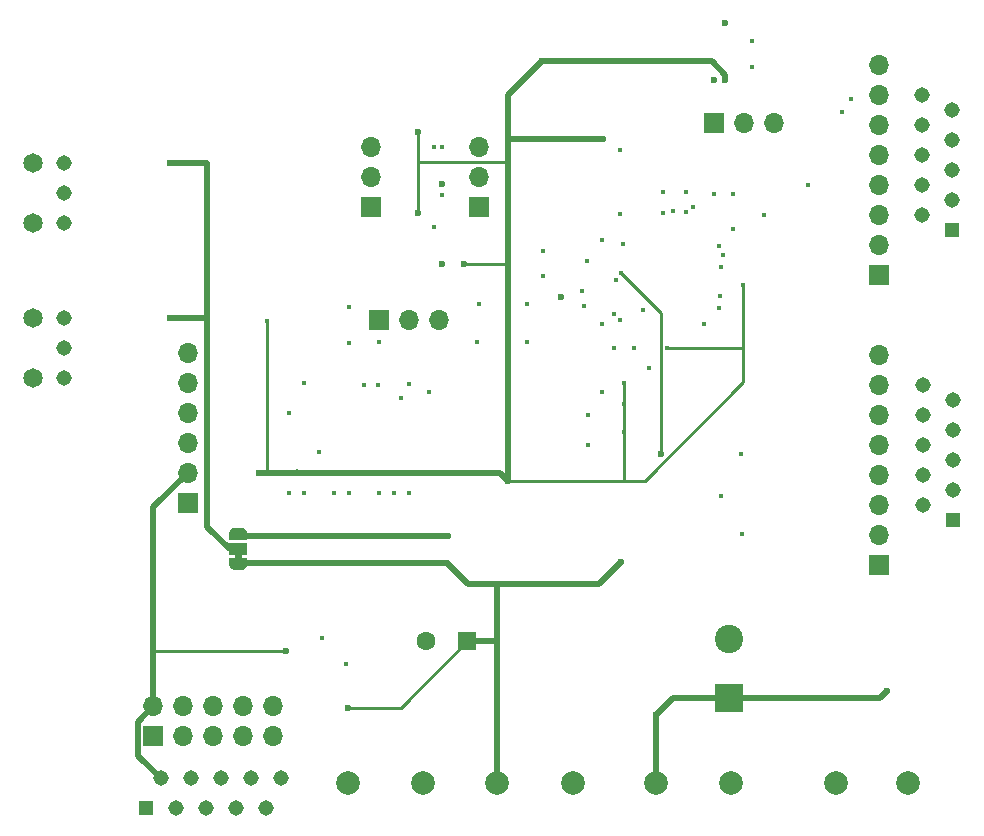
<source format=gbr>
G04 #@! TF.GenerationSoftware,KiCad,Pcbnew,(5.1.9-0-10_14)*
G04 #@! TF.CreationDate,2021-04-25T13:46:17+02:00*
G04 #@! TF.ProjectId,dac,6461632e-6b69-4636-9164-5f7063625858,rev?*
G04 #@! TF.SameCoordinates,Original*
G04 #@! TF.FileFunction,Copper,L4,Bot*
G04 #@! TF.FilePolarity,Positive*
%FSLAX46Y46*%
G04 Gerber Fmt 4.6, Leading zero omitted, Abs format (unit mm)*
G04 Created by KiCad (PCBNEW (5.1.9-0-10_14)) date 2021-04-25 13:46:17*
%MOMM*%
%LPD*%
G01*
G04 APERTURE LIST*
G04 #@! TA.AperFunction,EtchedComponent*
%ADD10C,0.100000*%
G04 #@! TD*
G04 #@! TA.AperFunction,ComponentPad*
%ADD11C,1.308000*%
G04 #@! TD*
G04 #@! TA.AperFunction,ComponentPad*
%ADD12C,1.650000*%
G04 #@! TD*
G04 #@! TA.AperFunction,SMDPad,CuDef*
%ADD13C,0.100000*%
G04 #@! TD*
G04 #@! TA.AperFunction,SMDPad,CuDef*
%ADD14R,1.500000X1.000000*%
G04 #@! TD*
G04 #@! TA.AperFunction,ComponentPad*
%ADD15O,1.700000X1.700000*%
G04 #@! TD*
G04 #@! TA.AperFunction,ComponentPad*
%ADD16R,1.700000X1.700000*%
G04 #@! TD*
G04 #@! TA.AperFunction,ComponentPad*
%ADD17C,2.000000*%
G04 #@! TD*
G04 #@! TA.AperFunction,ComponentPad*
%ADD18R,1.308000X1.308000*%
G04 #@! TD*
G04 #@! TA.AperFunction,ComponentPad*
%ADD19C,1.600000*%
G04 #@! TD*
G04 #@! TA.AperFunction,ComponentPad*
%ADD20R,1.600000X1.600000*%
G04 #@! TD*
G04 #@! TA.AperFunction,ComponentPad*
%ADD21C,2.400000*%
G04 #@! TD*
G04 #@! TA.AperFunction,ComponentPad*
%ADD22R,2.400000X2.400000*%
G04 #@! TD*
G04 #@! TA.AperFunction,ViaPad*
%ADD23C,0.450000*%
G04 #@! TD*
G04 #@! TA.AperFunction,ViaPad*
%ADD24C,0.600000*%
G04 #@! TD*
G04 #@! TA.AperFunction,Conductor*
%ADD25C,0.500000*%
G04 #@! TD*
G04 #@! TA.AperFunction,Conductor*
%ADD26C,0.250000*%
G04 #@! TD*
G04 APERTURE END LIST*
D10*
G36*
X130043200Y-103638400D02*
G01*
X130043200Y-103138400D01*
X129443200Y-103138400D01*
X129443200Y-103638400D01*
X130043200Y-103638400D01*
G37*
D11*
X115025000Y-83185000D03*
X115025000Y-85725000D03*
X115025000Y-88265000D03*
D12*
X112395000Y-88265000D03*
X112395000Y-83185000D03*
D11*
X115025000Y-70104000D03*
X115025000Y-72644000D03*
X115025000Y-75184000D03*
D12*
X112395000Y-75184000D03*
X112395000Y-70104000D03*
G04 #@! TA.AperFunction,SMDPad,CuDef*
D13*
G36*
X130493200Y-103488400D02*
G01*
X130493200Y-104038400D01*
X130492598Y-104038400D01*
X130492598Y-104062934D01*
X130487788Y-104111765D01*
X130478216Y-104159890D01*
X130463972Y-104206845D01*
X130445195Y-104252178D01*
X130422064Y-104295451D01*
X130394804Y-104336250D01*
X130363676Y-104374179D01*
X130328979Y-104408876D01*
X130291050Y-104440004D01*
X130250251Y-104467264D01*
X130206978Y-104490395D01*
X130161645Y-104509172D01*
X130114690Y-104523416D01*
X130066565Y-104532988D01*
X130017734Y-104537798D01*
X129993200Y-104537798D01*
X129993200Y-104538400D01*
X129493200Y-104538400D01*
X129493200Y-104537798D01*
X129468666Y-104537798D01*
X129419835Y-104532988D01*
X129371710Y-104523416D01*
X129324755Y-104509172D01*
X129279422Y-104490395D01*
X129236149Y-104467264D01*
X129195350Y-104440004D01*
X129157421Y-104408876D01*
X129122724Y-104374179D01*
X129091596Y-104336250D01*
X129064336Y-104295451D01*
X129041205Y-104252178D01*
X129022428Y-104206845D01*
X129008184Y-104159890D01*
X128998612Y-104111765D01*
X128993802Y-104062934D01*
X128993802Y-104038400D01*
X128993200Y-104038400D01*
X128993200Y-103488400D01*
X130493200Y-103488400D01*
G37*
G04 #@! TD.AperFunction*
D14*
X129743200Y-102738400D03*
G04 #@! TA.AperFunction,SMDPad,CuDef*
D13*
G36*
X128993802Y-101438400D02*
G01*
X128993802Y-101413866D01*
X128998612Y-101365035D01*
X129008184Y-101316910D01*
X129022428Y-101269955D01*
X129041205Y-101224622D01*
X129064336Y-101181349D01*
X129091596Y-101140550D01*
X129122724Y-101102621D01*
X129157421Y-101067924D01*
X129195350Y-101036796D01*
X129236149Y-101009536D01*
X129279422Y-100986405D01*
X129324755Y-100967628D01*
X129371710Y-100953384D01*
X129419835Y-100943812D01*
X129468666Y-100939002D01*
X129493200Y-100939002D01*
X129493200Y-100938400D01*
X129993200Y-100938400D01*
X129993200Y-100939002D01*
X130017734Y-100939002D01*
X130066565Y-100943812D01*
X130114690Y-100953384D01*
X130161645Y-100967628D01*
X130206978Y-100986405D01*
X130250251Y-101009536D01*
X130291050Y-101036796D01*
X130328979Y-101067924D01*
X130363676Y-101102621D01*
X130394804Y-101140550D01*
X130422064Y-101181349D01*
X130445195Y-101224622D01*
X130463972Y-101269955D01*
X130478216Y-101316910D01*
X130487788Y-101365035D01*
X130492598Y-101413866D01*
X130492598Y-101438400D01*
X130493200Y-101438400D01*
X130493200Y-101988400D01*
X128993200Y-101988400D01*
X128993200Y-101438400D01*
X128993802Y-101438400D01*
G37*
G04 #@! TD.AperFunction*
D15*
X132740400Y-116078000D03*
X132740400Y-118618000D03*
X130200400Y-116078000D03*
X130200400Y-118618000D03*
X127660400Y-116078000D03*
X127660400Y-118618000D03*
X125120400Y-116078000D03*
X125120400Y-118618000D03*
X122580400Y-116078000D03*
D16*
X122580400Y-118618000D03*
D15*
X150177500Y-68732400D03*
X150177500Y-71272400D03*
D16*
X150177500Y-73812400D03*
D17*
X171450000Y-122555000D03*
X165100000Y-122555000D03*
D18*
X190246000Y-100266500D03*
D11*
X187706000Y-98996500D03*
X190246000Y-97726500D03*
X187706000Y-96456500D03*
X190246000Y-95186500D03*
X187706000Y-93916500D03*
X190246000Y-92646500D03*
X187706000Y-91376500D03*
X190246000Y-90106500D03*
X187706000Y-88836500D03*
D15*
X184023000Y-86296500D03*
X184023000Y-88836500D03*
X184023000Y-91376500D03*
X184023000Y-93916500D03*
X184023000Y-96456500D03*
X184023000Y-98996500D03*
X184023000Y-101536500D03*
D16*
X184023000Y-104076500D03*
D15*
X175107600Y-66649600D03*
X172567600Y-66649600D03*
D16*
X170027600Y-66649600D03*
D15*
X141033500Y-68707000D03*
X141033500Y-71247000D03*
D16*
X141033500Y-73787000D03*
D15*
X184023000Y-61785500D03*
X184023000Y-64325500D03*
X184023000Y-66865500D03*
X184023000Y-69405500D03*
X184023000Y-71945500D03*
X184023000Y-74485500D03*
X184023000Y-77025500D03*
D16*
X184023000Y-79565500D03*
D15*
X146748500Y-83375500D03*
X144208500Y-83375500D03*
D16*
X141668500Y-83375500D03*
D18*
X121920000Y-124714000D03*
D11*
X123190000Y-122174000D03*
X124460000Y-124714000D03*
X125730000Y-122174000D03*
X127000000Y-124714000D03*
X128270000Y-122174000D03*
X129540000Y-124714000D03*
X130810000Y-122174000D03*
X132080000Y-124714000D03*
X133350000Y-122174000D03*
D18*
X190224000Y-75755500D03*
D11*
X187684000Y-74485500D03*
X190224000Y-73215500D03*
X187684000Y-71945500D03*
X190224000Y-70675500D03*
X187684000Y-69405500D03*
X190224000Y-68135500D03*
X187684000Y-66865500D03*
X190224000Y-65595500D03*
X187684000Y-64325500D03*
D19*
X145661500Y-110553500D03*
D20*
X149161500Y-110553500D03*
D15*
X125476000Y-86156800D03*
X125476000Y-88696800D03*
X125476000Y-91236800D03*
X125476000Y-93776800D03*
X125476000Y-96316800D03*
D16*
X125476000Y-98856800D03*
D17*
X180340000Y-122555000D03*
X186436000Y-122555000D03*
X145415000Y-122555000D03*
X151638000Y-122529600D03*
X158115000Y-122555000D03*
X139065000Y-122555000D03*
D21*
X171323000Y-110379500D03*
D22*
X171323000Y-115379500D03*
D23*
X165709600Y-72542400D03*
X165735000Y-74295000D03*
X164566600Y-87401400D03*
D24*
X170992800Y-58216800D03*
X147027900Y-71818500D03*
X147027900Y-78625700D03*
X157124400Y-81432400D03*
X131508500Y-96329500D03*
X152579000Y-96976000D03*
D23*
X166096000Y-85770400D03*
X172491400Y-80391000D03*
X162411400Y-88693000D03*
X162411400Y-92815400D03*
X162411400Y-90465900D03*
D24*
X155445800Y-61470200D03*
X148844000Y-78587600D03*
X160629600Y-68072000D03*
X170977600Y-63007200D03*
X144995900Y-74307700D03*
X144995900Y-67449700D03*
D23*
X132160000Y-83422500D03*
D24*
X147510500Y-101663500D03*
X133807200Y-111404400D03*
D23*
X159258000Y-78412000D03*
X155600400Y-79603600D03*
X155600400Y-77520800D03*
X162306000Y-76962000D03*
D24*
X184658000Y-114808000D03*
X165100000Y-116840000D03*
D23*
X135331200Y-88696800D03*
X134061200Y-91236800D03*
X136601200Y-94538800D03*
X159385000Y-91376500D03*
X150114000Y-81978500D03*
X144221200Y-88798400D03*
X159385000Y-93916500D03*
X149987000Y-85217000D03*
X141668500Y-85217000D03*
X141630400Y-88849200D03*
D24*
X165544500Y-94678500D03*
D23*
X162204400Y-79400400D03*
X167690800Y-74218800D03*
X167690800Y-72491600D03*
X163271200Y-85699600D03*
X161747200Y-79959200D03*
X161571002Y-82854800D03*
X161594800Y-85750400D03*
X160528000Y-83718400D03*
X140411200Y-88849200D03*
X145948400Y-89458800D03*
X160528000Y-89458800D03*
X154228800Y-85242400D03*
X159054800Y-82194400D03*
X158902400Y-80873600D03*
X154178000Y-81991200D03*
X170484800Y-77063600D03*
X170827765Y-77884800D03*
X174269400Y-74498200D03*
X177977800Y-71958200D03*
X170611800Y-78862000D03*
X162115500Y-74422000D03*
X162111164Y-68981662D03*
X160528000Y-76581000D03*
X171653200Y-75641200D03*
X171653200Y-72694800D03*
X169189400Y-83693000D03*
X172440600Y-101523800D03*
X170611800Y-98272600D03*
X170459400Y-82372200D03*
X170510200Y-81322199D03*
X172339000Y-94716600D03*
D24*
X170027600Y-63042800D03*
D23*
X181610000Y-64668400D03*
X173228000Y-59740800D03*
X162119800Y-83362800D03*
X170027600Y-72694800D03*
X164033200Y-82550000D03*
X180898800Y-65735200D03*
X173228000Y-61925200D03*
X139128500Y-97980500D03*
X137843498Y-97995502D03*
X139128500Y-85344000D03*
X139128500Y-82296000D03*
X135318500Y-97980500D03*
X134048500Y-97980500D03*
X141668500Y-97980500D03*
X144208500Y-98044000D03*
X138861800Y-112496600D03*
X143573500Y-89979500D03*
X136837709Y-110269309D03*
X142938500Y-98044000D03*
D24*
X147433000Y-103963500D03*
X162179000Y-103822500D03*
X151638000Y-110490000D03*
X139065000Y-116205000D03*
X123952000Y-70104000D03*
X123952000Y-83210400D03*
D23*
X146367500Y-68719700D03*
X146367500Y-75526900D03*
X147017326Y-68734812D03*
X168240800Y-73790771D03*
X166573200Y-74117200D03*
X147015200Y-72796400D03*
D25*
X151932500Y-96329500D02*
X152579000Y-96976000D01*
X143129000Y-96329500D02*
X151932500Y-96329500D01*
D26*
X166096000Y-85770400D02*
X166096000Y-85770400D01*
X164172002Y-96976000D02*
X172491400Y-88656602D01*
X172446000Y-85770400D02*
X172491400Y-85725000D01*
X166096000Y-85770400D02*
X172446000Y-85770400D01*
X172491400Y-85725000D02*
X172491400Y-80391000D01*
X172491400Y-88656602D02*
X172491400Y-85725000D01*
X162411400Y-96973400D02*
X162408800Y-96976000D01*
X162408800Y-96976000D02*
X164172002Y-96976000D01*
X152579000Y-96976000D02*
X162408800Y-96976000D01*
D25*
X125488700Y-96329500D02*
X125476000Y-96316800D01*
D26*
X162411400Y-92815400D02*
X162411400Y-96973400D01*
X162411400Y-90465900D02*
X162411400Y-92815400D01*
X162411400Y-88693000D02*
X162411400Y-90465900D01*
D25*
X152579000Y-64337000D02*
X155445800Y-61470200D01*
D26*
X148844000Y-78587600D02*
X152501600Y-78587600D01*
X152501600Y-78587600D02*
X152579000Y-78665000D01*
D25*
X152579000Y-96976000D02*
X152579000Y-78665000D01*
D26*
X152654000Y-68072000D02*
X152579000Y-68147000D01*
D25*
X152755600Y-68072000D02*
X152579000Y-67895400D01*
X160629600Y-68072000D02*
X152755600Y-68072000D01*
X152579000Y-67895400D02*
X152579000Y-64337000D01*
X152579000Y-68147000D02*
X152579000Y-67895400D01*
X170977600Y-62582936D02*
X170977600Y-63007200D01*
X169864864Y-61470200D02*
X170977600Y-62582936D01*
X155445800Y-61470200D02*
X169864864Y-61470200D01*
D26*
X134586201Y-96299799D02*
X134556500Y-96329500D01*
X144995900Y-74307700D02*
X145063701Y-74375501D01*
X144995900Y-74307700D02*
X145088701Y-74400501D01*
D25*
X134835900Y-96329500D02*
X143129000Y-96329500D01*
D26*
X134611201Y-96104801D02*
X134835900Y-96329500D01*
D25*
X134556500Y-96329500D02*
X134835900Y-96329500D01*
D26*
X132160000Y-96313000D02*
X132143500Y-96329500D01*
X132160000Y-83422500D02*
X132160000Y-96313000D01*
D25*
X132143500Y-96329500D02*
X134556500Y-96329500D01*
X131508500Y-96329500D02*
X132143500Y-96329500D01*
D26*
X152488900Y-70764400D02*
X152579000Y-70854500D01*
D25*
X152579000Y-78665000D02*
X152579000Y-70854500D01*
D26*
X144995900Y-70764400D02*
X144995900Y-74307700D01*
X152514300Y-70015100D02*
X152579000Y-70079800D01*
X144995900Y-70015100D02*
X152514300Y-70015100D01*
D25*
X152579000Y-70854500D02*
X152579000Y-70079800D01*
X152579000Y-70079800D02*
X152579000Y-68147000D01*
D26*
X144995900Y-67449700D02*
X144995900Y-70015100D01*
X144995900Y-70015100D02*
X144995900Y-70764400D01*
D25*
X125476000Y-96316800D02*
X122580400Y-99212400D01*
X121280399Y-120264399D02*
X121280399Y-117378001D01*
X121280399Y-117378001D02*
X122580400Y-116078000D01*
X123190000Y-122174000D02*
X121280399Y-120264399D01*
X129968300Y-101663500D02*
X129743200Y-101438400D01*
X147510500Y-101663500D02*
X129968300Y-101663500D01*
D26*
X133807200Y-111404400D02*
X122580400Y-111404400D01*
D25*
X122580400Y-111404400D02*
X122580400Y-116078000D01*
X122580400Y-99212400D02*
X122580400Y-111404400D01*
X184086500Y-115379500D02*
X184658000Y-114808000D01*
X171323000Y-115379500D02*
X184086500Y-115379500D01*
X166560500Y-115379500D02*
X165100000Y-116840000D01*
X171323000Y-115379500D02*
X166560500Y-115379500D01*
X165100000Y-116840000D02*
X165100000Y-122555000D01*
D26*
X165544500Y-94678500D02*
X165544500Y-82955000D01*
X165544500Y-82740500D02*
X162204400Y-79400400D01*
X165544500Y-82955000D02*
X165544500Y-82740500D01*
D25*
X147433000Y-103963500D02*
X149197000Y-105727500D01*
X160274000Y-105727500D02*
X162179000Y-103822500D01*
X154051000Y-105727500D02*
X160274000Y-105727500D01*
X151574500Y-110553500D02*
X151638000Y-110490000D01*
X149161500Y-110553500D02*
X151574500Y-110553500D01*
X151638000Y-105791000D02*
X151574500Y-105727500D01*
X151638000Y-110490000D02*
X151638000Y-105791000D01*
X151574500Y-105727500D02*
X154051000Y-105727500D01*
X149197000Y-105727500D02*
X151574500Y-105727500D01*
X151638000Y-122529600D02*
X151638000Y-110490000D01*
D26*
X143510000Y-116205000D02*
X149161500Y-110553500D01*
X139065000Y-116205000D02*
X143510000Y-116205000D01*
D25*
X129818100Y-103963500D02*
X129743200Y-104038400D01*
X147433000Y-103963500D02*
X129818100Y-103963500D01*
X127152400Y-100864812D02*
X127152400Y-83210400D01*
X127152400Y-83210400D02*
X123952000Y-83210400D01*
X127152400Y-83210400D02*
X127152400Y-70104000D01*
X127152400Y-70104000D02*
X123952000Y-70104000D01*
X129025988Y-102738400D02*
X127152400Y-100864812D01*
X129743200Y-102738400D02*
X129025988Y-102738400D01*
M02*

</source>
